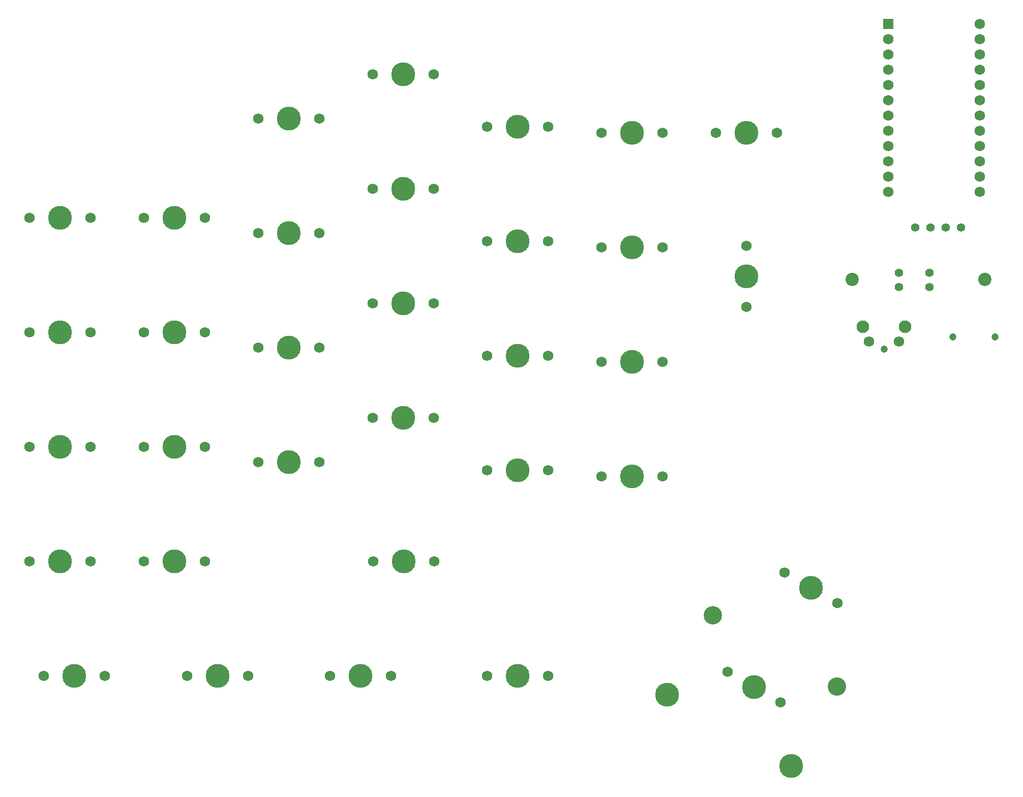
<source format=gts>
G04 #@! TF.GenerationSoftware,KiCad,Pcbnew,5.1.10*
G04 #@! TF.CreationDate,2021-07-25T23:09:34-04:00*
G04 #@! TF.ProjectId,v04_left,7630345f-6c65-4667-942e-6b696361645f,rev?*
G04 #@! TF.SameCoordinates,Original*
G04 #@! TF.FileFunction,Soldermask,Top*
G04 #@! TF.FilePolarity,Negative*
%FSLAX46Y46*%
G04 Gerber Fmt 4.6, Leading zero omitted, Abs format (unit mm)*
G04 Created by KiCad (PCBNEW 5.1.10) date 2021-07-25 23:09:34*
%MOMM*%
%LPD*%
G01*
G04 APERTURE LIST*
%ADD10C,3.987800*%
%ADD11C,1.750000*%
%ADD12C,3.048000*%
%ADD13R,1.752600X1.752600*%
%ADD14C,1.752600*%
%ADD15C,1.200000*%
%ADD16C,2.200000*%
%ADD17C,2.100000*%
%ADD18C,1.397000*%
G04 APERTURE END LIST*
D10*
X-36068000Y-118618000D03*
D11*
X-40467409Y-116078000D03*
X-31668591Y-121158000D03*
D12*
X-42886615Y-106615688D03*
X-22264385Y-118521938D03*
D10*
X-50506615Y-119813915D03*
X-29884385Y-131720165D03*
D13*
X-13671250Y-8275000D03*
D14*
X-13671250Y-10815000D03*
X-13671250Y-13355000D03*
X-13671250Y-15895000D03*
X-13671250Y-18435000D03*
X-13671250Y-20975000D03*
X-13671250Y-23515000D03*
X-13671250Y-26055000D03*
X-13671250Y-28595000D03*
X-13671250Y-31135000D03*
X-13671250Y-33675000D03*
X1568750Y-36215000D03*
X1568750Y-33675000D03*
X1568750Y-31135000D03*
X1568750Y-28595000D03*
X1568750Y-26055000D03*
X1568750Y-23515000D03*
X1568750Y-20975000D03*
X1568750Y-18435000D03*
X1568750Y-15895000D03*
X1568750Y-13355000D03*
X1568750Y-10815000D03*
X-13671250Y-36215000D03*
X1568750Y-8275000D03*
D15*
X-2943750Y-60325000D03*
X4056250Y-60325000D03*
D16*
X-19750000Y-50750000D03*
X2381250Y-50800000D03*
D15*
X-14406250Y-62328750D03*
D17*
X-10906250Y-58628750D03*
D11*
X-11906250Y-61118750D03*
X-16906250Y-61118750D03*
D17*
X-17916250Y-58628750D03*
D10*
X-125412500Y-116681250D03*
D11*
X-130492500Y-116681250D03*
X-120332500Y-116681250D03*
D10*
X-113506250Y-24003000D03*
D11*
X-118586250Y-24003000D03*
X-108426250Y-24003000D03*
D10*
X-37306250Y-50228500D03*
D11*
X-37306250Y-55308500D03*
X-37306250Y-45148500D03*
D10*
X-56356250Y-45466000D03*
D11*
X-61436250Y-45466000D03*
X-51276250Y-45466000D03*
D10*
X-113506250Y-43053000D03*
D11*
X-118586250Y-43053000D03*
X-108426250Y-43053000D03*
D10*
X-56356250Y-26416000D03*
D11*
X-61436250Y-26416000D03*
X-51276250Y-26416000D03*
D18*
X-6811250Y-52011250D03*
X-11891250Y-52011250D03*
X-11891250Y-49630000D03*
X-6811250Y-49630000D03*
X-1606250Y-42088750D03*
X-4146250Y-42088750D03*
X-6686250Y-42088750D03*
X-9226250Y-42088750D03*
D10*
X-75406250Y-116681250D03*
D11*
X-80486250Y-116681250D03*
X-70326250Y-116681250D03*
D10*
X-94392750Y-97631250D03*
D11*
X-99472750Y-97631250D03*
X-89312750Y-97631250D03*
D10*
X-101600000Y-116681250D03*
D11*
X-106680000Y-116681250D03*
X-96520000Y-116681250D03*
D10*
X-149225000Y-116681250D03*
D11*
X-154305000Y-116681250D03*
X-144145000Y-116681250D03*
D10*
X-26543000Y-102108000D03*
D11*
X-30942409Y-99568000D03*
X-22143591Y-104648000D03*
D10*
X-56356250Y-83566000D03*
D11*
X-61436250Y-83566000D03*
X-51276250Y-83566000D03*
D10*
X-75406250Y-82550000D03*
D11*
X-80486250Y-82550000D03*
X-70326250Y-82550000D03*
D10*
X-94456250Y-73787000D03*
D11*
X-99536250Y-73787000D03*
X-89376250Y-73787000D03*
D10*
X-113506250Y-81153000D03*
D11*
X-118586250Y-81153000D03*
X-108426250Y-81153000D03*
D10*
X-132556250Y-97631250D03*
D11*
X-137636250Y-97631250D03*
X-127476250Y-97631250D03*
D10*
X-151606250Y-97631250D03*
D11*
X-156686250Y-97631250D03*
X-146526250Y-97631250D03*
D10*
X-56356250Y-64516000D03*
D11*
X-61436250Y-64516000D03*
X-51276250Y-64516000D03*
D10*
X-75406250Y-63500000D03*
D11*
X-80486250Y-63500000D03*
X-70326250Y-63500000D03*
D10*
X-94456250Y-54737000D03*
D11*
X-99536250Y-54737000D03*
X-89376250Y-54737000D03*
D10*
X-113506250Y-62103000D03*
D11*
X-118586250Y-62103000D03*
X-108426250Y-62103000D03*
D10*
X-132556250Y-78581250D03*
D11*
X-137636250Y-78581250D03*
X-127476250Y-78581250D03*
D10*
X-151606250Y-78581250D03*
D11*
X-156686250Y-78581250D03*
X-146526250Y-78581250D03*
D10*
X-75406250Y-44450000D03*
D11*
X-80486250Y-44450000D03*
X-70326250Y-44450000D03*
D10*
X-94456250Y-35687000D03*
D11*
X-99536250Y-35687000D03*
X-89376250Y-35687000D03*
D10*
X-132556250Y-59531250D03*
D11*
X-137636250Y-59531250D03*
X-127476250Y-59531250D03*
D10*
X-151606250Y-59531250D03*
D11*
X-156686250Y-59531250D03*
X-146526250Y-59531250D03*
D10*
X-37306250Y-26416000D03*
D11*
X-42386250Y-26416000D03*
X-32226250Y-26416000D03*
D10*
X-75406250Y-25400000D03*
D11*
X-80486250Y-25400000D03*
X-70326250Y-25400000D03*
D10*
X-94456250Y-16637000D03*
D11*
X-99536250Y-16637000D03*
X-89376250Y-16637000D03*
D10*
X-132556250Y-40481250D03*
D11*
X-137636250Y-40481250D03*
X-127476250Y-40481250D03*
D10*
X-151606250Y-40481250D03*
D11*
X-156686250Y-40481250D03*
X-146526250Y-40481250D03*
M02*

</source>
